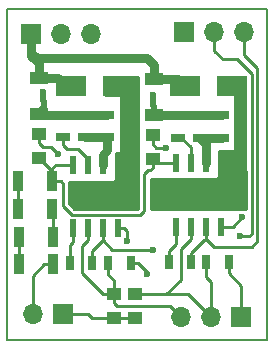
<source format=gtl>
G04 #@! TF.FileFunction,Copper,L1,Top,Signal*
%FSLAX46Y46*%
G04 Gerber Fmt 4.6, Leading zero omitted, Abs format (unit mm)*
G04 Created by KiCad (PCBNEW 4.0.2-stable) date 6/22/2017 3:55:45 PM*
%MOMM*%
G01*
G04 APERTURE LIST*
%ADD10C,0.100000*%
%ADD11C,0.150000*%
%ADD12C,0.600000*%
%ADD13R,1.600000X1.000000*%
%ADD14R,1.700000X1.700000*%
%ADD15O,1.700000X1.700000*%
%ADD16R,1.300000X0.700000*%
%ADD17R,0.700000X1.300000*%
%ADD18R,0.900000X1.700000*%
%ADD19R,0.600000X1.550000*%
%ADD20R,1.175000X1.175000*%
%ADD21R,2.500000X1.800000*%
%ADD22R,1.250000X1.000000*%
%ADD23C,0.750000*%
%ADD24C,0.250000*%
%ADD25C,0.500000*%
%ADD26C,0.254000*%
G04 APERTURE END LIST*
D10*
D11*
X100000000Y-128000000D02*
X100000000Y-100000000D01*
X122000000Y-128000000D02*
X100000000Y-128000000D01*
X122000000Y-100000000D02*
X122000000Y-128000000D01*
X100000000Y-100000000D02*
X122000000Y-100000000D01*
D12*
X107423400Y-116601600D03*
X106723400Y-116601600D03*
X108123400Y-115101600D03*
X107423400Y-115101600D03*
X108123400Y-116601600D03*
X106723400Y-115101600D03*
X116810200Y-116500000D03*
X116110200Y-116500000D03*
X115410200Y-116500000D03*
X116810200Y-115000000D03*
X116110200Y-115000000D03*
X115410200Y-115000000D03*
D13*
X112369800Y-105955600D03*
X112369800Y-108955600D03*
X102692400Y-105856800D03*
X102692400Y-108856800D03*
D14*
X104673600Y-125857200D03*
D15*
X102133600Y-125857200D03*
D14*
X102031800Y-102108000D03*
D15*
X104571800Y-102108000D03*
X107111800Y-102108000D03*
D14*
X119812000Y-126111200D03*
D15*
X117272000Y-126111200D03*
X114732000Y-126111200D03*
D14*
X114960400Y-101981000D03*
D15*
X117500400Y-101981000D03*
X120040400Y-101981000D03*
D16*
X108458200Y-110835200D03*
X108458200Y-108935200D03*
X106578600Y-110835200D03*
X106578600Y-108935200D03*
D17*
X107188200Y-121500000D03*
X105288200Y-121500000D03*
D16*
X104699000Y-110835200D03*
X104699000Y-108935200D03*
D17*
X116830000Y-121437600D03*
X118730000Y-121437600D03*
X108524200Y-121500000D03*
X110424200Y-121500000D03*
D16*
X116281400Y-110886000D03*
X116281400Y-108986000D03*
X118161000Y-110886000D03*
X118161000Y-108986000D03*
D17*
X115539800Y-121437600D03*
X113639800Y-121437600D03*
D16*
X114427200Y-110886000D03*
X114427200Y-108986000D03*
D18*
X103837600Y-121604800D03*
X100937600Y-121604800D03*
X100937600Y-119293400D03*
X103837600Y-119293400D03*
X103814400Y-116931200D03*
X100914400Y-116931200D03*
X100912200Y-114594400D03*
X103812200Y-114594400D03*
D19*
X105533900Y-118567700D03*
X106803900Y-118567700D03*
X108073900Y-118567700D03*
X109343900Y-118567700D03*
X109343900Y-113167700D03*
X108073900Y-113167700D03*
X106803900Y-113167700D03*
X105533900Y-113167700D03*
D20*
X108026400Y-115280200D03*
X106851400Y-115280200D03*
X108026400Y-116455200D03*
X106851400Y-116455200D03*
D19*
X114246100Y-118408700D03*
X115516100Y-118408700D03*
X116786100Y-118408700D03*
X118056100Y-118408700D03*
X118056100Y-113008700D03*
X116786100Y-113008700D03*
X115516100Y-113008700D03*
X114246100Y-113008700D03*
D20*
X116738600Y-115121200D03*
X115563600Y-115121200D03*
X116738600Y-116296200D03*
X115563600Y-116296200D03*
D21*
X105340600Y-106517200D03*
X109340600Y-106517200D03*
X114992600Y-106517200D03*
X118992600Y-106517200D03*
D22*
X112293600Y-112698800D03*
X112293600Y-110698800D03*
X102692400Y-112571800D03*
X102692400Y-110571800D03*
X110795000Y-124120600D03*
X110795000Y-126120600D03*
X108991600Y-124120600D03*
X108991600Y-126120600D03*
D12*
X111811000Y-122453600D03*
X104292600Y-112242800D03*
X113411200Y-111760200D03*
X119888200Y-117627600D03*
X110109200Y-119608800D03*
X112344400Y-107289800D03*
X112344400Y-107975600D03*
X103048000Y-107035800D03*
X103073400Y-107848600D03*
X112344400Y-120396200D03*
X119685000Y-119253200D03*
D23*
X112369800Y-105955600D02*
X114431000Y-105955600D01*
X114431000Y-105955600D02*
X114992600Y-106517200D01*
D24*
X102133600Y-122608800D02*
X102133600Y-125857200D01*
X102133600Y-122608800D02*
X103137600Y-121604800D01*
X103137600Y-121604800D02*
X103837600Y-121604800D01*
D23*
X111844600Y-104180400D02*
X102504200Y-104180400D01*
X102504200Y-104180400D02*
X102031800Y-103708000D01*
X102031800Y-103708000D02*
X102031800Y-102108000D01*
X112369800Y-105955600D02*
X112369800Y-104705600D01*
X112369800Y-104705600D02*
X111844600Y-104180400D01*
X102692400Y-105856800D02*
X102692400Y-104606800D01*
X102692400Y-104606800D02*
X102031800Y-103946200D01*
X102031800Y-103946200D02*
X102031800Y-102108000D01*
X104572000Y-106517200D02*
X104572000Y-106186400D01*
X104572000Y-106186400D02*
X104242400Y-105856800D01*
X104242400Y-105856800D02*
X102692400Y-105856800D01*
X105340600Y-106517200D02*
X104572000Y-106517200D01*
D24*
X111811000Y-122286800D02*
X111811000Y-122453600D01*
X110424200Y-121500000D02*
X111024200Y-121500000D01*
X111024200Y-121500000D02*
X111811000Y-122286800D01*
X118730000Y-121437600D02*
X118730000Y-122337600D01*
X118730000Y-122337600D02*
X119812000Y-123419600D01*
X119812000Y-123419600D02*
X119812000Y-125011200D01*
X119812000Y-125011200D02*
X119812000Y-126111200D01*
X107121400Y-126120600D02*
X106858000Y-125857200D01*
X106858000Y-125857200D02*
X104673600Y-125857200D01*
X108991600Y-126120600D02*
X107121400Y-126120600D01*
X110795000Y-126120600D02*
X108991600Y-126120600D01*
X103708400Y-111658600D02*
X104292600Y-112242800D01*
X103657600Y-111658600D02*
X103708400Y-111658600D01*
X103029200Y-111658600D02*
X103657600Y-111658600D01*
X102692400Y-110571800D02*
X102692400Y-111321800D01*
X102692400Y-111321800D02*
X103029200Y-111658600D01*
X112605000Y-111760200D02*
X113411200Y-111760200D01*
X112293600Y-110698800D02*
X112293600Y-111448800D01*
X112293600Y-111448800D02*
X112605000Y-111760200D01*
X119107100Y-118408700D02*
X119888200Y-117627600D01*
X119043700Y-118408700D02*
X119107100Y-118408700D01*
X118606100Y-118408700D02*
X119043700Y-118408700D01*
X110109200Y-118783000D02*
X110109200Y-119608800D01*
X109343900Y-118567700D02*
X109893900Y-118567700D01*
X109893900Y-118567700D02*
X110109200Y-118783000D01*
X118056100Y-118408700D02*
X118606100Y-118408700D01*
D25*
X103048000Y-107035800D02*
X103048000Y-107823200D01*
X103048000Y-107823200D02*
X103073400Y-107848600D01*
X112344400Y-107289800D02*
X112344400Y-107975600D01*
X112369800Y-108229600D02*
X112344400Y-108204200D01*
X112344400Y-108204200D02*
X112344400Y-107975600D01*
X112369800Y-108955600D02*
X112369800Y-108229600D01*
X103073400Y-108255000D02*
X103073400Y-107848600D01*
X102692400Y-108636000D02*
X103073400Y-108255000D01*
X102692400Y-108856800D02*
X102692400Y-108636000D01*
D23*
X116281400Y-108986000D02*
X116992600Y-108986000D01*
X116992600Y-108986000D02*
X118161000Y-108986000D01*
X114427200Y-108986000D02*
X116281400Y-108986000D01*
X114427200Y-108986000D02*
X112400200Y-108986000D01*
X112400200Y-108986000D02*
X112369800Y-108955600D01*
X112293600Y-109031800D02*
X112369800Y-108955600D01*
X104699000Y-108935200D02*
X102770800Y-108935200D01*
X102770800Y-108935200D02*
X102692400Y-108856800D01*
X106578600Y-108935200D02*
X104699000Y-108935200D01*
X108458200Y-108935200D02*
X106578600Y-108935200D01*
D24*
X103812200Y-114594400D02*
X104512200Y-114594400D01*
X104699000Y-114781200D02*
X104699000Y-116662400D01*
X111582400Y-113995400D02*
X111912600Y-113665200D01*
X111912600Y-113665200D02*
X112077200Y-113665200D01*
X104512200Y-114594400D02*
X104699000Y-114781200D01*
X104699000Y-116662400D02*
X105504299Y-117467699D01*
X105504299Y-117467699D02*
X111234301Y-117467699D01*
X111234301Y-117467699D02*
X111582400Y-117119600D01*
X111582400Y-117119600D02*
X111582400Y-113995400D01*
X112077200Y-113665200D02*
X112293600Y-113448800D01*
X112293600Y-113448800D02*
X112293600Y-112698800D01*
X103812200Y-114594400D02*
X103812200Y-113494400D01*
X103812200Y-113494400D02*
X104138900Y-113167700D01*
X104138900Y-113167700D02*
X104983900Y-113167700D01*
X104983900Y-113167700D02*
X105533900Y-113167700D01*
X103812200Y-114594400D02*
X103812200Y-113691600D01*
X103812200Y-113691600D02*
X102692400Y-112571800D01*
X114246100Y-113008700D02*
X112603500Y-113008700D01*
X112603500Y-113008700D02*
X112293600Y-112698800D01*
X109292400Y-125171400D02*
X113792200Y-125171400D01*
X113792200Y-125171400D02*
X114732000Y-126111200D01*
X108991600Y-124120600D02*
X108991600Y-124870600D01*
X108991600Y-124870600D02*
X109292400Y-125171400D01*
X106803900Y-118567700D02*
X106803900Y-119592700D01*
X106803900Y-119592700D02*
X106299200Y-120097400D01*
X106299200Y-120097400D02*
X106299200Y-122366800D01*
X106299200Y-122366800D02*
X108053000Y-124120600D01*
X108053000Y-124120600D02*
X108991600Y-124120600D01*
X108991600Y-122972200D02*
X108991600Y-124120600D01*
X108524200Y-121604800D02*
X108524200Y-122504800D01*
X108524200Y-122504800D02*
X108991600Y-122972200D01*
X110795000Y-124120600D02*
X113436600Y-124120600D01*
X115516100Y-119433700D02*
X114655800Y-120294000D01*
X113436600Y-124120600D02*
X115281400Y-124120600D01*
X115516100Y-118408700D02*
X115516100Y-119433700D01*
X114655800Y-120294000D02*
X114655800Y-122901400D01*
X114655800Y-122901400D02*
X113436600Y-124120600D01*
X117272000Y-123088600D02*
X116830000Y-122646600D01*
X116830000Y-122646600D02*
X116830000Y-121437600D01*
X117272000Y-126111200D02*
X117272000Y-123088600D01*
X115281400Y-124120600D02*
X117272000Y-126111200D01*
X112344400Y-120396200D02*
X108877400Y-120396200D01*
X108877400Y-120396200D02*
X108073900Y-119592700D01*
X120675600Y-119024600D02*
X120447000Y-119253200D01*
X120447000Y-119253200D02*
X119685000Y-119253200D01*
X120675600Y-105465198D02*
X119452202Y-104241800D01*
X120675600Y-119024600D02*
X120675600Y-105465198D01*
X119452202Y-104241800D02*
X118211800Y-104241800D01*
X117500400Y-103530400D02*
X117500400Y-101981000D01*
X118211800Y-104241800D02*
X117500400Y-103530400D01*
X107188200Y-121604800D02*
X107188200Y-120478400D01*
X107188200Y-120478400D02*
X108073900Y-119592700D01*
X108073900Y-119592700D02*
X108073900Y-118567700D01*
X117526000Y-120142200D02*
X120675600Y-120142200D01*
X120675600Y-120142200D02*
X121158200Y-119659600D01*
X116924100Y-119540300D02*
X117526000Y-120142200D01*
X116786100Y-119540300D02*
X116924100Y-119540300D01*
X115539800Y-120655200D02*
X116654700Y-119540300D01*
X116654700Y-119540300D02*
X116786100Y-119540300D01*
X115539800Y-121437600D02*
X115539800Y-120655200D01*
X115666800Y-121463000D02*
X115666800Y-121163000D01*
X115656600Y-121630200D02*
X115656600Y-121330200D01*
X120040400Y-103886000D02*
X120040400Y-101981000D01*
X121158200Y-119659600D02*
X121158200Y-105003800D01*
X121158200Y-105003800D02*
X120040400Y-103886000D01*
X116786100Y-119433700D02*
X116786100Y-119535900D01*
X116786100Y-119540300D02*
X116786100Y-119433700D01*
X116786100Y-119433700D02*
X116786100Y-118408700D01*
X105533900Y-118567700D02*
X105533900Y-119753900D01*
X105533900Y-119753900D02*
X105288200Y-119999600D01*
X105288200Y-119999600D02*
X105288200Y-121604800D01*
X105054600Y-111825800D02*
X104699000Y-111470200D01*
X104699000Y-111470200D02*
X104699000Y-110835200D01*
X105937000Y-111825800D02*
X105054600Y-111825800D01*
X106803900Y-113167700D02*
X106803900Y-112692700D01*
X106803900Y-112692700D02*
X105937000Y-111825800D01*
X113639800Y-120497800D02*
X114246100Y-119891500D01*
X114246100Y-119891500D02*
X114246100Y-118408700D01*
X113639800Y-121437600D02*
X113639800Y-120497800D01*
X115516100Y-113008700D02*
X115516100Y-111674900D01*
X115516100Y-111674900D02*
X114727200Y-110886000D01*
X114727200Y-110886000D02*
X114427200Y-110886000D01*
X100937600Y-121604800D02*
X100937600Y-119293400D01*
X103837600Y-119293400D02*
X103837600Y-116954400D01*
X103837600Y-116954400D02*
X103814400Y-116931200D01*
X100914400Y-116931200D02*
X100914400Y-114596600D01*
X100914400Y-114596600D02*
X100912200Y-114594400D01*
D25*
X109255600Y-116601600D02*
X109343900Y-116513300D01*
X109343900Y-116513300D02*
X109343900Y-113167700D01*
X108123400Y-116601600D02*
X109255600Y-116601600D01*
X107423400Y-116601600D02*
X108123400Y-116601600D01*
X106723400Y-116601600D02*
X107423400Y-116601600D01*
X106723400Y-115101600D02*
X106723400Y-116601600D01*
X107423400Y-115101600D02*
X108123400Y-115101600D01*
X106723400Y-115101600D02*
X107423400Y-115101600D01*
D24*
X109340600Y-106517200D02*
X109340600Y-106940600D01*
X109340600Y-106940600D02*
X110000000Y-107600000D01*
D25*
X109343900Y-113167700D02*
X109402300Y-113167700D01*
X117150199Y-116200001D02*
X118056100Y-115294100D01*
X118056100Y-115294100D02*
X118056100Y-113008700D01*
X116810200Y-116500000D02*
X117110199Y-116200001D01*
X117110199Y-116200001D02*
X117150199Y-116200001D01*
X116110200Y-116500000D02*
X115410200Y-116500000D01*
X116810200Y-116500000D02*
X116110200Y-116500000D01*
X116810200Y-115000000D02*
X116810200Y-116500000D01*
X116110200Y-115000000D02*
X116810200Y-115000000D01*
X115410200Y-115000000D02*
X116110200Y-115000000D01*
D24*
X118992600Y-106517200D02*
X118992600Y-106792600D01*
X118992600Y-106792600D02*
X119750000Y-107550000D01*
D23*
X108458200Y-110835200D02*
X106578600Y-110835200D01*
X108073900Y-112337100D02*
X108458200Y-111952800D01*
X108458200Y-111952800D02*
X108458200Y-110835200D01*
X108073900Y-113167700D02*
X108073900Y-112337100D01*
X118161000Y-110886000D02*
X116281400Y-110886000D01*
X116786100Y-113008700D02*
X116786100Y-111390700D01*
X116786100Y-111390700D02*
X116281400Y-110886000D01*
D26*
G36*
X120116800Y-113589000D02*
X120126806Y-113638410D01*
X120155247Y-113680035D01*
X120169600Y-113689271D01*
X120169600Y-116891000D01*
X112141200Y-116891000D01*
X112141200Y-114351000D01*
X117780000Y-114351000D01*
X117829410Y-114340994D01*
X117871035Y-114312553D01*
X117898315Y-114270159D01*
X117906899Y-114218924D01*
X117889203Y-113776524D01*
X117881600Y-113745427D01*
X117881600Y-112051861D01*
X119164659Y-112025948D01*
X119213857Y-112014947D01*
X119254899Y-111985671D01*
X119281318Y-111942735D01*
X119289095Y-111898761D01*
X119278813Y-105755200D01*
X120116800Y-105755200D01*
X120116800Y-113589000D01*
X120116800Y-113589000D01*
G37*
X120116800Y-113589000D02*
X120126806Y-113638410D01*
X120155247Y-113680035D01*
X120169600Y-113689271D01*
X120169600Y-116891000D01*
X112141200Y-116891000D01*
X112141200Y-114351000D01*
X117780000Y-114351000D01*
X117829410Y-114340994D01*
X117871035Y-114312553D01*
X117898315Y-114270159D01*
X117906899Y-114218924D01*
X117889203Y-113776524D01*
X117881600Y-113745427D01*
X117881600Y-112051861D01*
X119164659Y-112025948D01*
X119213857Y-112014947D01*
X119254899Y-111985671D01*
X119281318Y-111942735D01*
X119289095Y-111898761D01*
X119278813Y-105755200D01*
X120116800Y-105755200D01*
X120116800Y-113589000D01*
G36*
X111049000Y-116891000D02*
X105643192Y-116891000D01*
X105207000Y-116454808D01*
X105207000Y-114605000D01*
X109042400Y-114605000D01*
X109091810Y-114594994D01*
X109133435Y-114566553D01*
X109160715Y-114524159D01*
X109169400Y-114478000D01*
X109169400Y-112217400D01*
X109499600Y-112217400D01*
X109549010Y-112207394D01*
X109590635Y-112178953D01*
X109617915Y-112136559D01*
X109626600Y-112090400D01*
X109626600Y-107416800D01*
X109616594Y-107367390D01*
X109588153Y-107325765D01*
X109545759Y-107298485D01*
X109499600Y-107289800D01*
X108229600Y-107289800D01*
X108229600Y-105715000D01*
X111049000Y-105715000D01*
X111049000Y-116891000D01*
X111049000Y-116891000D01*
G37*
X111049000Y-116891000D02*
X105643192Y-116891000D01*
X105207000Y-116454808D01*
X105207000Y-114605000D01*
X109042400Y-114605000D01*
X109091810Y-114594994D01*
X109133435Y-114566553D01*
X109160715Y-114524159D01*
X109169400Y-114478000D01*
X109169400Y-112217400D01*
X109499600Y-112217400D01*
X109549010Y-112207394D01*
X109590635Y-112178953D01*
X109617915Y-112136559D01*
X109626600Y-112090400D01*
X109626600Y-107416800D01*
X109616594Y-107367390D01*
X109588153Y-107325765D01*
X109545759Y-107298485D01*
X109499600Y-107289800D01*
X108229600Y-107289800D01*
X108229600Y-105715000D01*
X111049000Y-105715000D01*
X111049000Y-116891000D01*
M02*

</source>
